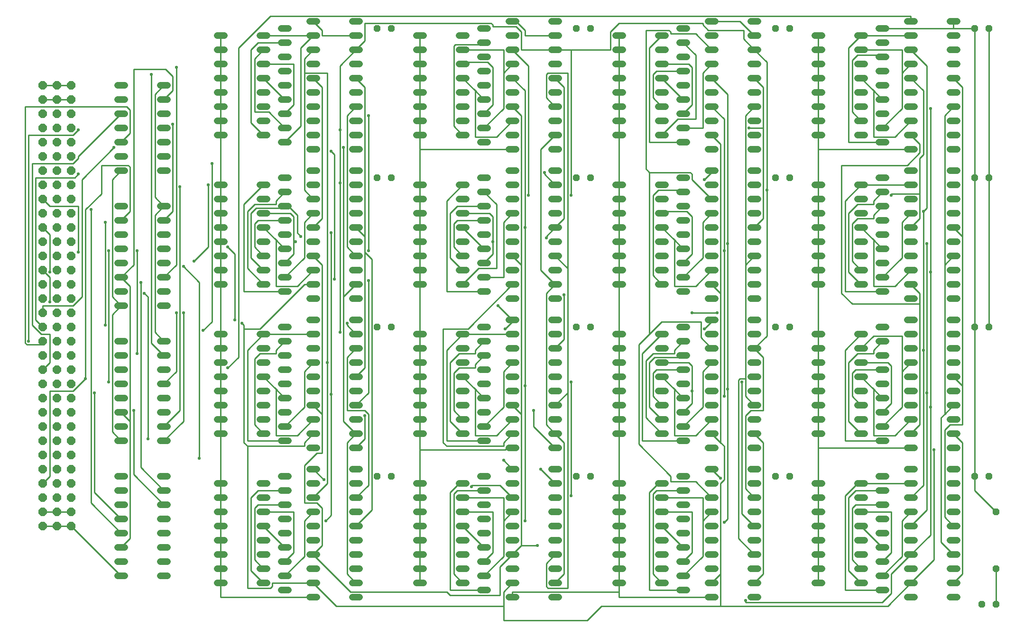
<source format=gbr>
G04 EAGLE Gerber RS-274X export*
G75*
%MOMM*%
%FSLAX34Y34*%
%LPD*%
%INTop Copper*%
%IPPOS*%
%AMOC8*
5,1,8,0,0,1.08239X$1,22.5*%
G01*
%ADD10P,1.649562X8X202.500000*%
%ADD11P,1.319650X8X202.500000*%
%ADD12P,1.319650X8X112.500000*%
%ADD13C,1.219200*%
%ADD14P,1.319650X8X22.500000*%
%ADD15C,0.254000*%
%ADD16C,0.558800*%


D10*
X50800Y177800D03*
X50800Y203200D03*
X50800Y228600D03*
X50800Y254000D03*
X50800Y279400D03*
X50800Y304800D03*
X50800Y330200D03*
X50800Y355600D03*
X50800Y381000D03*
X50800Y406400D03*
X50800Y431800D03*
X50800Y457200D03*
X50800Y482600D03*
X50800Y508000D03*
X50800Y533400D03*
X50800Y558800D03*
X76200Y177800D03*
X76200Y203200D03*
X76200Y228600D03*
X76200Y254000D03*
X76200Y279400D03*
X76200Y304800D03*
X76200Y330200D03*
X76200Y355600D03*
X76200Y381000D03*
X76200Y406400D03*
X76200Y431800D03*
X76200Y457200D03*
X76200Y482600D03*
X76200Y508000D03*
X76200Y533400D03*
X76200Y558800D03*
X101600Y177800D03*
X101600Y203200D03*
X101600Y228600D03*
X101600Y254000D03*
X101600Y279400D03*
X101600Y304800D03*
X101600Y330200D03*
X101600Y355600D03*
X101600Y381000D03*
X101600Y406400D03*
X101600Y431800D03*
X101600Y457200D03*
X101600Y482600D03*
X101600Y508000D03*
X101600Y533400D03*
X101600Y558800D03*
X50800Y584200D03*
X50800Y609600D03*
X50800Y635000D03*
X50800Y660400D03*
X50800Y685800D03*
X50800Y711200D03*
X50800Y736600D03*
X50800Y762000D03*
X50800Y787400D03*
X50800Y812800D03*
X50800Y838200D03*
X50800Y863600D03*
X50800Y889000D03*
X50800Y914400D03*
X50800Y939800D03*
X50800Y965200D03*
X76200Y584200D03*
X76200Y609600D03*
X76200Y635000D03*
X76200Y660400D03*
X76200Y685800D03*
X76200Y711200D03*
X76200Y736600D03*
X76200Y762000D03*
X76200Y787400D03*
X76200Y812800D03*
X76200Y838200D03*
X76200Y863600D03*
X76200Y889000D03*
X76200Y914400D03*
X76200Y939800D03*
X76200Y965200D03*
X101600Y584200D03*
X101600Y609600D03*
X101600Y635000D03*
X101600Y660400D03*
X101600Y685800D03*
X101600Y711200D03*
X101600Y736600D03*
X101600Y762000D03*
X101600Y787400D03*
X101600Y812800D03*
X101600Y838200D03*
X101600Y863600D03*
X101600Y889000D03*
X101600Y914400D03*
X101600Y939800D03*
X101600Y965200D03*
D11*
X1752600Y38100D03*
X1727200Y38100D03*
D12*
X1752600Y101600D03*
X1752600Y203200D03*
D13*
X539496Y1079500D02*
X527304Y1079500D01*
X527304Y1054100D02*
X539496Y1054100D01*
X539496Y927100D02*
X527304Y927100D01*
X527304Y901700D02*
X539496Y901700D01*
X539496Y1028700D02*
X527304Y1028700D01*
X527304Y1003300D02*
X539496Y1003300D01*
X539496Y952500D02*
X527304Y952500D01*
X527304Y977900D02*
X539496Y977900D01*
X539496Y876300D02*
X527304Y876300D01*
X527304Y850900D02*
X539496Y850900D01*
X603504Y850900D02*
X615696Y850900D01*
X615696Y876300D02*
X603504Y876300D01*
X603504Y901700D02*
X615696Y901700D01*
X615696Y927100D02*
X603504Y927100D01*
X603504Y952500D02*
X615696Y952500D01*
X615696Y977900D02*
X603504Y977900D01*
X603504Y1003300D02*
X615696Y1003300D01*
X615696Y1028700D02*
X603504Y1028700D01*
X603504Y1054100D02*
X615696Y1054100D01*
X615696Y1079500D02*
X603504Y1079500D01*
X488696Y1066800D02*
X476504Y1066800D01*
X476504Y1041400D02*
X488696Y1041400D01*
X488696Y1016000D02*
X476504Y1016000D01*
X476504Y990600D02*
X488696Y990600D01*
X488696Y965200D02*
X476504Y965200D01*
X476504Y939800D02*
X488696Y939800D01*
X488696Y914400D02*
X476504Y914400D01*
X476504Y889000D02*
X488696Y889000D01*
X488696Y863600D02*
X476504Y863600D01*
X527304Y812800D02*
X539496Y812800D01*
X539496Y787400D02*
X527304Y787400D01*
X527304Y660400D02*
X539496Y660400D01*
X539496Y635000D02*
X527304Y635000D01*
X527304Y762000D02*
X539496Y762000D01*
X539496Y736600D02*
X527304Y736600D01*
X527304Y685800D02*
X539496Y685800D01*
X539496Y711200D02*
X527304Y711200D01*
X527304Y609600D02*
X539496Y609600D01*
X539496Y584200D02*
X527304Y584200D01*
X603504Y584200D02*
X615696Y584200D01*
X615696Y609600D02*
X603504Y609600D01*
X603504Y635000D02*
X615696Y635000D01*
X615696Y660400D02*
X603504Y660400D01*
X603504Y685800D02*
X615696Y685800D01*
X615696Y711200D02*
X603504Y711200D01*
X603504Y736600D02*
X615696Y736600D01*
X615696Y762000D02*
X603504Y762000D01*
X603504Y787400D02*
X615696Y787400D01*
X615696Y812800D02*
X603504Y812800D01*
X488696Y800100D02*
X476504Y800100D01*
X476504Y774700D02*
X488696Y774700D01*
X488696Y749300D02*
X476504Y749300D01*
X476504Y723900D02*
X488696Y723900D01*
X488696Y698500D02*
X476504Y698500D01*
X476504Y673100D02*
X488696Y673100D01*
X488696Y647700D02*
X476504Y647700D01*
X476504Y622300D02*
X488696Y622300D01*
X488696Y596900D02*
X476504Y596900D01*
X527304Y546100D02*
X539496Y546100D01*
X539496Y520700D02*
X527304Y520700D01*
X527304Y393700D02*
X539496Y393700D01*
X539496Y368300D02*
X527304Y368300D01*
X527304Y495300D02*
X539496Y495300D01*
X539496Y469900D02*
X527304Y469900D01*
X527304Y419100D02*
X539496Y419100D01*
X539496Y444500D02*
X527304Y444500D01*
X527304Y342900D02*
X539496Y342900D01*
X539496Y317500D02*
X527304Y317500D01*
X603504Y317500D02*
X615696Y317500D01*
X615696Y342900D02*
X603504Y342900D01*
X603504Y368300D02*
X615696Y368300D01*
X615696Y393700D02*
X603504Y393700D01*
X603504Y419100D02*
X615696Y419100D01*
X615696Y444500D02*
X603504Y444500D01*
X603504Y469900D02*
X615696Y469900D01*
X615696Y495300D02*
X603504Y495300D01*
X603504Y520700D02*
X615696Y520700D01*
X615696Y546100D02*
X603504Y546100D01*
X488696Y533400D02*
X476504Y533400D01*
X476504Y508000D02*
X488696Y508000D01*
X488696Y482600D02*
X476504Y482600D01*
X476504Y457200D02*
X488696Y457200D01*
X488696Y431800D02*
X476504Y431800D01*
X476504Y406400D02*
X488696Y406400D01*
X488696Y381000D02*
X476504Y381000D01*
X476504Y355600D02*
X488696Y355600D01*
X488696Y330200D02*
X476504Y330200D01*
X527304Y279400D02*
X539496Y279400D01*
X539496Y254000D02*
X527304Y254000D01*
X527304Y127000D02*
X539496Y127000D01*
X539496Y101600D02*
X527304Y101600D01*
X527304Y228600D02*
X539496Y228600D01*
X539496Y203200D02*
X527304Y203200D01*
X527304Y152400D02*
X539496Y152400D01*
X539496Y177800D02*
X527304Y177800D01*
X527304Y76200D02*
X539496Y76200D01*
X539496Y50800D02*
X527304Y50800D01*
X603504Y50800D02*
X615696Y50800D01*
X615696Y76200D02*
X603504Y76200D01*
X603504Y101600D02*
X615696Y101600D01*
X615696Y127000D02*
X603504Y127000D01*
X603504Y152400D02*
X615696Y152400D01*
X615696Y177800D02*
X603504Y177800D01*
X603504Y203200D02*
X615696Y203200D01*
X615696Y228600D02*
X603504Y228600D01*
X603504Y254000D02*
X615696Y254000D01*
X615696Y279400D02*
X603504Y279400D01*
X488696Y266700D02*
X476504Y266700D01*
X476504Y241300D02*
X488696Y241300D01*
X488696Y215900D02*
X476504Y215900D01*
X476504Y190500D02*
X488696Y190500D01*
X488696Y165100D02*
X476504Y165100D01*
X476504Y139700D02*
X488696Y139700D01*
X488696Y114300D02*
X476504Y114300D01*
X476504Y88900D02*
X488696Y88900D01*
X488696Y63500D02*
X476504Y63500D01*
X882904Y1079500D02*
X895096Y1079500D01*
X895096Y1054100D02*
X882904Y1054100D01*
X882904Y927100D02*
X895096Y927100D01*
X895096Y901700D02*
X882904Y901700D01*
X882904Y1028700D02*
X895096Y1028700D01*
X895096Y1003300D02*
X882904Y1003300D01*
X882904Y952500D02*
X895096Y952500D01*
X895096Y977900D02*
X882904Y977900D01*
X882904Y876300D02*
X895096Y876300D01*
X895096Y850900D02*
X882904Y850900D01*
X959104Y850900D02*
X971296Y850900D01*
X971296Y876300D02*
X959104Y876300D01*
X959104Y901700D02*
X971296Y901700D01*
X971296Y927100D02*
X959104Y927100D01*
X959104Y952500D02*
X971296Y952500D01*
X971296Y977900D02*
X959104Y977900D01*
X959104Y1003300D02*
X971296Y1003300D01*
X971296Y1028700D02*
X959104Y1028700D01*
X959104Y1054100D02*
X971296Y1054100D01*
X971296Y1079500D02*
X959104Y1079500D01*
X844296Y1066800D02*
X832104Y1066800D01*
X832104Y1041400D02*
X844296Y1041400D01*
X844296Y1016000D02*
X832104Y1016000D01*
X832104Y990600D02*
X844296Y990600D01*
X844296Y965200D02*
X832104Y965200D01*
X832104Y939800D02*
X844296Y939800D01*
X844296Y914400D02*
X832104Y914400D01*
X832104Y889000D02*
X844296Y889000D01*
X844296Y863600D02*
X832104Y863600D01*
X882904Y812800D02*
X895096Y812800D01*
X895096Y787400D02*
X882904Y787400D01*
X882904Y660400D02*
X895096Y660400D01*
X895096Y635000D02*
X882904Y635000D01*
X882904Y762000D02*
X895096Y762000D01*
X895096Y736600D02*
X882904Y736600D01*
X882904Y685800D02*
X895096Y685800D01*
X895096Y711200D02*
X882904Y711200D01*
X882904Y609600D02*
X895096Y609600D01*
X895096Y584200D02*
X882904Y584200D01*
X959104Y584200D02*
X971296Y584200D01*
X971296Y609600D02*
X959104Y609600D01*
X959104Y635000D02*
X971296Y635000D01*
X971296Y660400D02*
X959104Y660400D01*
X959104Y685800D02*
X971296Y685800D01*
X971296Y711200D02*
X959104Y711200D01*
X959104Y736600D02*
X971296Y736600D01*
X971296Y762000D02*
X959104Y762000D01*
X959104Y787400D02*
X971296Y787400D01*
X971296Y812800D02*
X959104Y812800D01*
X844296Y800100D02*
X832104Y800100D01*
X832104Y774700D02*
X844296Y774700D01*
X844296Y749300D02*
X832104Y749300D01*
X832104Y723900D02*
X844296Y723900D01*
X844296Y698500D02*
X832104Y698500D01*
X832104Y673100D02*
X844296Y673100D01*
X844296Y647700D02*
X832104Y647700D01*
X832104Y622300D02*
X844296Y622300D01*
X844296Y596900D02*
X832104Y596900D01*
X882904Y546100D02*
X895096Y546100D01*
X895096Y520700D02*
X882904Y520700D01*
X882904Y393700D02*
X895096Y393700D01*
X895096Y368300D02*
X882904Y368300D01*
X882904Y495300D02*
X895096Y495300D01*
X895096Y469900D02*
X882904Y469900D01*
X882904Y419100D02*
X895096Y419100D01*
X895096Y444500D02*
X882904Y444500D01*
X882904Y342900D02*
X895096Y342900D01*
X895096Y317500D02*
X882904Y317500D01*
X959104Y317500D02*
X971296Y317500D01*
X971296Y342900D02*
X959104Y342900D01*
X959104Y368300D02*
X971296Y368300D01*
X971296Y393700D02*
X959104Y393700D01*
X959104Y419100D02*
X971296Y419100D01*
X971296Y444500D02*
X959104Y444500D01*
X959104Y469900D02*
X971296Y469900D01*
X971296Y495300D02*
X959104Y495300D01*
X959104Y520700D02*
X971296Y520700D01*
X971296Y546100D02*
X959104Y546100D01*
X844296Y533400D02*
X832104Y533400D01*
X832104Y508000D02*
X844296Y508000D01*
X844296Y482600D02*
X832104Y482600D01*
X832104Y457200D02*
X844296Y457200D01*
X844296Y431800D02*
X832104Y431800D01*
X832104Y406400D02*
X844296Y406400D01*
X844296Y381000D02*
X832104Y381000D01*
X832104Y355600D02*
X844296Y355600D01*
X844296Y330200D02*
X832104Y330200D01*
X882904Y279400D02*
X895096Y279400D01*
X895096Y254000D02*
X882904Y254000D01*
X882904Y127000D02*
X895096Y127000D01*
X895096Y101600D02*
X882904Y101600D01*
X882904Y228600D02*
X895096Y228600D01*
X895096Y203200D02*
X882904Y203200D01*
X882904Y152400D02*
X895096Y152400D01*
X895096Y177800D02*
X882904Y177800D01*
X882904Y76200D02*
X895096Y76200D01*
X895096Y50800D02*
X882904Y50800D01*
X959104Y50800D02*
X971296Y50800D01*
X971296Y76200D02*
X959104Y76200D01*
X959104Y101600D02*
X971296Y101600D01*
X971296Y127000D02*
X959104Y127000D01*
X959104Y152400D02*
X971296Y152400D01*
X971296Y177800D02*
X959104Y177800D01*
X959104Y203200D02*
X971296Y203200D01*
X971296Y228600D02*
X959104Y228600D01*
X959104Y254000D02*
X971296Y254000D01*
X971296Y279400D02*
X959104Y279400D01*
X844296Y266700D02*
X832104Y266700D01*
X832104Y241300D02*
X844296Y241300D01*
X844296Y215900D02*
X832104Y215900D01*
X832104Y190500D02*
X844296Y190500D01*
X844296Y165100D02*
X832104Y165100D01*
X832104Y139700D02*
X844296Y139700D01*
X844296Y114300D02*
X832104Y114300D01*
X832104Y88900D02*
X844296Y88900D01*
X844296Y63500D02*
X832104Y63500D01*
X1238504Y1079500D02*
X1250696Y1079500D01*
X1250696Y1054100D02*
X1238504Y1054100D01*
X1238504Y927100D02*
X1250696Y927100D01*
X1250696Y901700D02*
X1238504Y901700D01*
X1238504Y1028700D02*
X1250696Y1028700D01*
X1250696Y1003300D02*
X1238504Y1003300D01*
X1238504Y952500D02*
X1250696Y952500D01*
X1250696Y977900D02*
X1238504Y977900D01*
X1238504Y876300D02*
X1250696Y876300D01*
X1250696Y850900D02*
X1238504Y850900D01*
X1314704Y850900D02*
X1326896Y850900D01*
X1326896Y876300D02*
X1314704Y876300D01*
X1314704Y901700D02*
X1326896Y901700D01*
X1326896Y927100D02*
X1314704Y927100D01*
X1314704Y952500D02*
X1326896Y952500D01*
X1326896Y977900D02*
X1314704Y977900D01*
X1314704Y1003300D02*
X1326896Y1003300D01*
X1326896Y1028700D02*
X1314704Y1028700D01*
X1314704Y1054100D02*
X1326896Y1054100D01*
X1326896Y1079500D02*
X1314704Y1079500D01*
X1199896Y1066800D02*
X1187704Y1066800D01*
X1187704Y1041400D02*
X1199896Y1041400D01*
X1199896Y1016000D02*
X1187704Y1016000D01*
X1187704Y990600D02*
X1199896Y990600D01*
X1199896Y965200D02*
X1187704Y965200D01*
X1187704Y939800D02*
X1199896Y939800D01*
X1199896Y914400D02*
X1187704Y914400D01*
X1187704Y889000D02*
X1199896Y889000D01*
X1199896Y863600D02*
X1187704Y863600D01*
X1238504Y812800D02*
X1250696Y812800D01*
X1250696Y787400D02*
X1238504Y787400D01*
X1238504Y660400D02*
X1250696Y660400D01*
X1250696Y635000D02*
X1238504Y635000D01*
X1238504Y762000D02*
X1250696Y762000D01*
X1250696Y736600D02*
X1238504Y736600D01*
X1238504Y685800D02*
X1250696Y685800D01*
X1250696Y711200D02*
X1238504Y711200D01*
X1238504Y609600D02*
X1250696Y609600D01*
X1250696Y584200D02*
X1238504Y584200D01*
X1314704Y584200D02*
X1326896Y584200D01*
X1326896Y609600D02*
X1314704Y609600D01*
X1314704Y635000D02*
X1326896Y635000D01*
X1326896Y660400D02*
X1314704Y660400D01*
X1314704Y685800D02*
X1326896Y685800D01*
X1326896Y711200D02*
X1314704Y711200D01*
X1314704Y736600D02*
X1326896Y736600D01*
X1326896Y762000D02*
X1314704Y762000D01*
X1314704Y787400D02*
X1326896Y787400D01*
X1326896Y812800D02*
X1314704Y812800D01*
X1199896Y800100D02*
X1187704Y800100D01*
X1187704Y774700D02*
X1199896Y774700D01*
X1199896Y749300D02*
X1187704Y749300D01*
X1187704Y723900D02*
X1199896Y723900D01*
X1199896Y698500D02*
X1187704Y698500D01*
X1187704Y673100D02*
X1199896Y673100D01*
X1199896Y647700D02*
X1187704Y647700D01*
X1187704Y622300D02*
X1199896Y622300D01*
X1199896Y596900D02*
X1187704Y596900D01*
X1238504Y546100D02*
X1250696Y546100D01*
X1250696Y520700D02*
X1238504Y520700D01*
X1238504Y393700D02*
X1250696Y393700D01*
X1250696Y368300D02*
X1238504Y368300D01*
X1238504Y495300D02*
X1250696Y495300D01*
X1250696Y469900D02*
X1238504Y469900D01*
X1238504Y419100D02*
X1250696Y419100D01*
X1250696Y444500D02*
X1238504Y444500D01*
X1238504Y342900D02*
X1250696Y342900D01*
X1250696Y317500D02*
X1238504Y317500D01*
X1314704Y317500D02*
X1326896Y317500D01*
X1326896Y342900D02*
X1314704Y342900D01*
X1314704Y368300D02*
X1326896Y368300D01*
X1326896Y393700D02*
X1314704Y393700D01*
X1314704Y419100D02*
X1326896Y419100D01*
X1326896Y444500D02*
X1314704Y444500D01*
X1314704Y469900D02*
X1326896Y469900D01*
X1326896Y495300D02*
X1314704Y495300D01*
X1314704Y520700D02*
X1326896Y520700D01*
X1326896Y546100D02*
X1314704Y546100D01*
X1199896Y533400D02*
X1187704Y533400D01*
X1187704Y508000D02*
X1199896Y508000D01*
X1199896Y482600D02*
X1187704Y482600D01*
X1187704Y457200D02*
X1199896Y457200D01*
X1199896Y431800D02*
X1187704Y431800D01*
X1187704Y406400D02*
X1199896Y406400D01*
X1199896Y381000D02*
X1187704Y381000D01*
X1187704Y355600D02*
X1199896Y355600D01*
X1199896Y330200D02*
X1187704Y330200D01*
X1238504Y279400D02*
X1250696Y279400D01*
X1250696Y254000D02*
X1238504Y254000D01*
X1238504Y127000D02*
X1250696Y127000D01*
X1250696Y101600D02*
X1238504Y101600D01*
X1238504Y228600D02*
X1250696Y228600D01*
X1250696Y203200D02*
X1238504Y203200D01*
X1238504Y152400D02*
X1250696Y152400D01*
X1250696Y177800D02*
X1238504Y177800D01*
X1238504Y76200D02*
X1250696Y76200D01*
X1250696Y50800D02*
X1238504Y50800D01*
X1314704Y50800D02*
X1326896Y50800D01*
X1326896Y76200D02*
X1314704Y76200D01*
X1314704Y101600D02*
X1326896Y101600D01*
X1326896Y127000D02*
X1314704Y127000D01*
X1314704Y152400D02*
X1326896Y152400D01*
X1326896Y177800D02*
X1314704Y177800D01*
X1314704Y203200D02*
X1326896Y203200D01*
X1326896Y228600D02*
X1314704Y228600D01*
X1314704Y254000D02*
X1326896Y254000D01*
X1326896Y279400D02*
X1314704Y279400D01*
X1199896Y266700D02*
X1187704Y266700D01*
X1187704Y241300D02*
X1199896Y241300D01*
X1199896Y215900D02*
X1187704Y215900D01*
X1187704Y190500D02*
X1199896Y190500D01*
X1199896Y165100D02*
X1187704Y165100D01*
X1187704Y139700D02*
X1199896Y139700D01*
X1199896Y114300D02*
X1187704Y114300D01*
X1187704Y88900D02*
X1199896Y88900D01*
X1199896Y63500D02*
X1187704Y63500D01*
X1594104Y1079500D02*
X1606296Y1079500D01*
X1606296Y1054100D02*
X1594104Y1054100D01*
X1594104Y927100D02*
X1606296Y927100D01*
X1606296Y901700D02*
X1594104Y901700D01*
X1594104Y1028700D02*
X1606296Y1028700D01*
X1606296Y1003300D02*
X1594104Y1003300D01*
X1594104Y952500D02*
X1606296Y952500D01*
X1606296Y977900D02*
X1594104Y977900D01*
X1594104Y876300D02*
X1606296Y876300D01*
X1606296Y850900D02*
X1594104Y850900D01*
X1670304Y850900D02*
X1682496Y850900D01*
X1682496Y876300D02*
X1670304Y876300D01*
X1670304Y901700D02*
X1682496Y901700D01*
X1682496Y927100D02*
X1670304Y927100D01*
X1670304Y952500D02*
X1682496Y952500D01*
X1682496Y977900D02*
X1670304Y977900D01*
X1670304Y1003300D02*
X1682496Y1003300D01*
X1682496Y1028700D02*
X1670304Y1028700D01*
X1670304Y1054100D02*
X1682496Y1054100D01*
X1682496Y1079500D02*
X1670304Y1079500D01*
X1555496Y1066800D02*
X1543304Y1066800D01*
X1543304Y1041400D02*
X1555496Y1041400D01*
X1555496Y1016000D02*
X1543304Y1016000D01*
X1543304Y990600D02*
X1555496Y990600D01*
X1555496Y965200D02*
X1543304Y965200D01*
X1543304Y939800D02*
X1555496Y939800D01*
X1555496Y914400D02*
X1543304Y914400D01*
X1543304Y889000D02*
X1555496Y889000D01*
X1555496Y863600D02*
X1543304Y863600D01*
X1594104Y812800D02*
X1606296Y812800D01*
X1606296Y787400D02*
X1594104Y787400D01*
X1594104Y660400D02*
X1606296Y660400D01*
X1606296Y635000D02*
X1594104Y635000D01*
X1594104Y762000D02*
X1606296Y762000D01*
X1606296Y736600D02*
X1594104Y736600D01*
X1594104Y685800D02*
X1606296Y685800D01*
X1606296Y711200D02*
X1594104Y711200D01*
X1594104Y609600D02*
X1606296Y609600D01*
X1606296Y584200D02*
X1594104Y584200D01*
X1670304Y584200D02*
X1682496Y584200D01*
X1682496Y609600D02*
X1670304Y609600D01*
X1670304Y635000D02*
X1682496Y635000D01*
X1682496Y660400D02*
X1670304Y660400D01*
X1670304Y685800D02*
X1682496Y685800D01*
X1682496Y711200D02*
X1670304Y711200D01*
X1670304Y736600D02*
X1682496Y736600D01*
X1682496Y762000D02*
X1670304Y762000D01*
X1670304Y787400D02*
X1682496Y787400D01*
X1682496Y812800D02*
X1670304Y812800D01*
X1555496Y800100D02*
X1543304Y800100D01*
X1543304Y774700D02*
X1555496Y774700D01*
X1555496Y749300D02*
X1543304Y749300D01*
X1543304Y723900D02*
X1555496Y723900D01*
X1555496Y698500D02*
X1543304Y698500D01*
X1543304Y673100D02*
X1555496Y673100D01*
X1555496Y647700D02*
X1543304Y647700D01*
X1543304Y622300D02*
X1555496Y622300D01*
X1555496Y596900D02*
X1543304Y596900D01*
X1594104Y546100D02*
X1606296Y546100D01*
X1606296Y520700D02*
X1594104Y520700D01*
X1594104Y393700D02*
X1606296Y393700D01*
X1606296Y368300D02*
X1594104Y368300D01*
X1594104Y495300D02*
X1606296Y495300D01*
X1606296Y469900D02*
X1594104Y469900D01*
X1594104Y419100D02*
X1606296Y419100D01*
X1606296Y444500D02*
X1594104Y444500D01*
X1594104Y342900D02*
X1606296Y342900D01*
X1606296Y317500D02*
X1594104Y317500D01*
X1670304Y317500D02*
X1682496Y317500D01*
X1682496Y342900D02*
X1670304Y342900D01*
X1670304Y368300D02*
X1682496Y368300D01*
X1682496Y393700D02*
X1670304Y393700D01*
X1670304Y419100D02*
X1682496Y419100D01*
X1682496Y444500D02*
X1670304Y444500D01*
X1670304Y469900D02*
X1682496Y469900D01*
X1682496Y495300D02*
X1670304Y495300D01*
X1670304Y520700D02*
X1682496Y520700D01*
X1682496Y546100D02*
X1670304Y546100D01*
X1555496Y533400D02*
X1543304Y533400D01*
X1543304Y508000D02*
X1555496Y508000D01*
X1555496Y482600D02*
X1543304Y482600D01*
X1543304Y457200D02*
X1555496Y457200D01*
X1555496Y431800D02*
X1543304Y431800D01*
X1543304Y406400D02*
X1555496Y406400D01*
X1555496Y381000D02*
X1543304Y381000D01*
X1543304Y355600D02*
X1555496Y355600D01*
X1555496Y330200D02*
X1543304Y330200D01*
X1594104Y279400D02*
X1606296Y279400D01*
X1606296Y254000D02*
X1594104Y254000D01*
X1594104Y127000D02*
X1606296Y127000D01*
X1606296Y101600D02*
X1594104Y101600D01*
X1594104Y228600D02*
X1606296Y228600D01*
X1606296Y203200D02*
X1594104Y203200D01*
X1594104Y152400D02*
X1606296Y152400D01*
X1606296Y177800D02*
X1594104Y177800D01*
X1594104Y76200D02*
X1606296Y76200D01*
X1606296Y50800D02*
X1594104Y50800D01*
X1670304Y50800D02*
X1682496Y50800D01*
X1682496Y76200D02*
X1670304Y76200D01*
X1670304Y101600D02*
X1682496Y101600D01*
X1682496Y127000D02*
X1670304Y127000D01*
X1670304Y152400D02*
X1682496Y152400D01*
X1682496Y177800D02*
X1670304Y177800D01*
X1670304Y203200D02*
X1682496Y203200D01*
X1682496Y228600D02*
X1670304Y228600D01*
X1670304Y254000D02*
X1682496Y254000D01*
X1682496Y279400D02*
X1670304Y279400D01*
X1555496Y266700D02*
X1543304Y266700D01*
X1543304Y241300D02*
X1555496Y241300D01*
X1555496Y215900D02*
X1543304Y215900D01*
X1543304Y190500D02*
X1555496Y190500D01*
X1555496Y165100D02*
X1543304Y165100D01*
X1543304Y139700D02*
X1555496Y139700D01*
X1555496Y114300D02*
X1543304Y114300D01*
X1543304Y88900D02*
X1555496Y88900D01*
X1555496Y63500D02*
X1543304Y63500D01*
X196596Y965200D02*
X184404Y965200D01*
X184404Y939800D02*
X196596Y939800D01*
X196596Y812800D02*
X184404Y812800D01*
X260604Y812800D02*
X272796Y812800D01*
X196596Y914400D02*
X184404Y914400D01*
X184404Y889000D02*
X196596Y889000D01*
X196596Y838200D02*
X184404Y838200D01*
X184404Y863600D02*
X196596Y863600D01*
X260604Y838200D02*
X272796Y838200D01*
X272796Y863600D02*
X260604Y863600D01*
X260604Y889000D02*
X272796Y889000D01*
X272796Y914400D02*
X260604Y914400D01*
X260604Y939800D02*
X272796Y939800D01*
X272796Y965200D02*
X260604Y965200D01*
X196596Y749300D02*
X184404Y749300D01*
X184404Y723900D02*
X196596Y723900D01*
X196596Y596900D02*
X184404Y596900D01*
X184404Y571500D02*
X196596Y571500D01*
X196596Y698500D02*
X184404Y698500D01*
X184404Y673100D02*
X196596Y673100D01*
X196596Y622300D02*
X184404Y622300D01*
X184404Y647700D02*
X196596Y647700D01*
X260604Y571500D02*
X272796Y571500D01*
X272796Y596900D02*
X260604Y596900D01*
X260604Y622300D02*
X272796Y622300D01*
X272796Y647700D02*
X260604Y647700D01*
X260604Y673100D02*
X272796Y673100D01*
X272796Y698500D02*
X260604Y698500D01*
X260604Y723900D02*
X272796Y723900D01*
X272796Y749300D02*
X260604Y749300D01*
X196596Y508000D02*
X184404Y508000D01*
X184404Y482600D02*
X196596Y482600D01*
X196596Y355600D02*
X184404Y355600D01*
X184404Y330200D02*
X196596Y330200D01*
X196596Y457200D02*
X184404Y457200D01*
X184404Y431800D02*
X196596Y431800D01*
X196596Y381000D02*
X184404Y381000D01*
X184404Y406400D02*
X196596Y406400D01*
X260604Y330200D02*
X272796Y330200D01*
X272796Y355600D02*
X260604Y355600D01*
X260604Y381000D02*
X272796Y381000D01*
X272796Y406400D02*
X260604Y406400D01*
X260604Y431800D02*
X272796Y431800D01*
X272796Y457200D02*
X260604Y457200D01*
X260604Y482600D02*
X272796Y482600D01*
X272796Y508000D02*
X260604Y508000D01*
X438404Y876300D02*
X450596Y876300D01*
X450596Y901700D02*
X438404Y901700D01*
X438404Y1028700D02*
X450596Y1028700D01*
X450596Y1054100D02*
X438404Y1054100D01*
X438404Y927100D02*
X450596Y927100D01*
X450596Y952500D02*
X438404Y952500D01*
X438404Y1003300D02*
X450596Y1003300D01*
X450596Y977900D02*
X438404Y977900D01*
X374396Y1054100D02*
X362204Y1054100D01*
X362204Y1028700D02*
X374396Y1028700D01*
X374396Y1003300D02*
X362204Y1003300D01*
X362204Y977900D02*
X374396Y977900D01*
X374396Y952500D02*
X362204Y952500D01*
X362204Y927100D02*
X374396Y927100D01*
X374396Y901700D02*
X362204Y901700D01*
X362204Y876300D02*
X374396Y876300D01*
X438404Y609600D02*
X450596Y609600D01*
X450596Y635000D02*
X438404Y635000D01*
X438404Y762000D02*
X450596Y762000D01*
X450596Y787400D02*
X438404Y787400D01*
X438404Y660400D02*
X450596Y660400D01*
X450596Y685800D02*
X438404Y685800D01*
X438404Y736600D02*
X450596Y736600D01*
X450596Y711200D02*
X438404Y711200D01*
X374396Y787400D02*
X362204Y787400D01*
X362204Y762000D02*
X374396Y762000D01*
X374396Y736600D02*
X362204Y736600D01*
X362204Y711200D02*
X374396Y711200D01*
X374396Y685800D02*
X362204Y685800D01*
X362204Y660400D02*
X374396Y660400D01*
X374396Y635000D02*
X362204Y635000D01*
X362204Y609600D02*
X374396Y609600D01*
X438404Y342900D02*
X450596Y342900D01*
X450596Y368300D02*
X438404Y368300D01*
X438404Y495300D02*
X450596Y495300D01*
X450596Y520700D02*
X438404Y520700D01*
X438404Y393700D02*
X450596Y393700D01*
X450596Y419100D02*
X438404Y419100D01*
X438404Y469900D02*
X450596Y469900D01*
X450596Y444500D02*
X438404Y444500D01*
X374396Y520700D02*
X362204Y520700D01*
X362204Y495300D02*
X374396Y495300D01*
X374396Y469900D02*
X362204Y469900D01*
X362204Y444500D02*
X374396Y444500D01*
X374396Y419100D02*
X362204Y419100D01*
X362204Y393700D02*
X374396Y393700D01*
X374396Y368300D02*
X362204Y368300D01*
X362204Y342900D02*
X374396Y342900D01*
X438404Y76200D02*
X450596Y76200D01*
X450596Y101600D02*
X438404Y101600D01*
X438404Y228600D02*
X450596Y228600D01*
X450596Y254000D02*
X438404Y254000D01*
X438404Y127000D02*
X450596Y127000D01*
X450596Y152400D02*
X438404Y152400D01*
X438404Y203200D02*
X450596Y203200D01*
X450596Y177800D02*
X438404Y177800D01*
X374396Y254000D02*
X362204Y254000D01*
X362204Y228600D02*
X374396Y228600D01*
X374396Y203200D02*
X362204Y203200D01*
X362204Y177800D02*
X374396Y177800D01*
X374396Y152400D02*
X362204Y152400D01*
X362204Y127000D02*
X374396Y127000D01*
X374396Y101600D02*
X362204Y101600D01*
X362204Y76200D02*
X374396Y76200D01*
X794004Y876300D02*
X806196Y876300D01*
X806196Y901700D02*
X794004Y901700D01*
X794004Y1028700D02*
X806196Y1028700D01*
X806196Y1054100D02*
X794004Y1054100D01*
X794004Y927100D02*
X806196Y927100D01*
X806196Y952500D02*
X794004Y952500D01*
X794004Y1003300D02*
X806196Y1003300D01*
X806196Y977900D02*
X794004Y977900D01*
X729996Y1054100D02*
X717804Y1054100D01*
X717804Y1028700D02*
X729996Y1028700D01*
X729996Y1003300D02*
X717804Y1003300D01*
X717804Y977900D02*
X729996Y977900D01*
X729996Y952500D02*
X717804Y952500D01*
X717804Y927100D02*
X729996Y927100D01*
X729996Y901700D02*
X717804Y901700D01*
X717804Y876300D02*
X729996Y876300D01*
X794004Y609600D02*
X806196Y609600D01*
X806196Y635000D02*
X794004Y635000D01*
X794004Y762000D02*
X806196Y762000D01*
X806196Y787400D02*
X794004Y787400D01*
X794004Y660400D02*
X806196Y660400D01*
X806196Y685800D02*
X794004Y685800D01*
X794004Y736600D02*
X806196Y736600D01*
X806196Y711200D02*
X794004Y711200D01*
X729996Y787400D02*
X717804Y787400D01*
X717804Y762000D02*
X729996Y762000D01*
X729996Y736600D02*
X717804Y736600D01*
X717804Y711200D02*
X729996Y711200D01*
X729996Y685800D02*
X717804Y685800D01*
X717804Y660400D02*
X729996Y660400D01*
X729996Y635000D02*
X717804Y635000D01*
X717804Y609600D02*
X729996Y609600D01*
X794004Y342900D02*
X806196Y342900D01*
X806196Y368300D02*
X794004Y368300D01*
X794004Y495300D02*
X806196Y495300D01*
X806196Y520700D02*
X794004Y520700D01*
X794004Y393700D02*
X806196Y393700D01*
X806196Y419100D02*
X794004Y419100D01*
X794004Y469900D02*
X806196Y469900D01*
X806196Y444500D02*
X794004Y444500D01*
X729996Y520700D02*
X717804Y520700D01*
X717804Y495300D02*
X729996Y495300D01*
X729996Y469900D02*
X717804Y469900D01*
X717804Y444500D02*
X729996Y444500D01*
X729996Y419100D02*
X717804Y419100D01*
X717804Y393700D02*
X729996Y393700D01*
X729996Y368300D02*
X717804Y368300D01*
X717804Y342900D02*
X729996Y342900D01*
X794004Y76200D02*
X806196Y76200D01*
X806196Y101600D02*
X794004Y101600D01*
X794004Y228600D02*
X806196Y228600D01*
X806196Y254000D02*
X794004Y254000D01*
X794004Y127000D02*
X806196Y127000D01*
X806196Y152400D02*
X794004Y152400D01*
X794004Y203200D02*
X806196Y203200D01*
X806196Y177800D02*
X794004Y177800D01*
X729996Y254000D02*
X717804Y254000D01*
X717804Y228600D02*
X729996Y228600D01*
X729996Y203200D02*
X717804Y203200D01*
X717804Y177800D02*
X729996Y177800D01*
X729996Y152400D02*
X717804Y152400D01*
X717804Y127000D02*
X729996Y127000D01*
X729996Y101600D02*
X717804Y101600D01*
X717804Y76200D02*
X729996Y76200D01*
X1149604Y876300D02*
X1161796Y876300D01*
X1161796Y901700D02*
X1149604Y901700D01*
X1149604Y1028700D02*
X1161796Y1028700D01*
X1161796Y1054100D02*
X1149604Y1054100D01*
X1149604Y927100D02*
X1161796Y927100D01*
X1161796Y952500D02*
X1149604Y952500D01*
X1149604Y1003300D02*
X1161796Y1003300D01*
X1161796Y977900D02*
X1149604Y977900D01*
X1085596Y1054100D02*
X1073404Y1054100D01*
X1073404Y1028700D02*
X1085596Y1028700D01*
X1085596Y1003300D02*
X1073404Y1003300D01*
X1073404Y977900D02*
X1085596Y977900D01*
X1085596Y952500D02*
X1073404Y952500D01*
X1073404Y927100D02*
X1085596Y927100D01*
X1085596Y901700D02*
X1073404Y901700D01*
X1073404Y876300D02*
X1085596Y876300D01*
X1149604Y609600D02*
X1161796Y609600D01*
X1161796Y635000D02*
X1149604Y635000D01*
X1149604Y762000D02*
X1161796Y762000D01*
X1161796Y787400D02*
X1149604Y787400D01*
X1149604Y660400D02*
X1161796Y660400D01*
X1161796Y685800D02*
X1149604Y685800D01*
X1149604Y736600D02*
X1161796Y736600D01*
X1161796Y711200D02*
X1149604Y711200D01*
X1085596Y787400D02*
X1073404Y787400D01*
X1073404Y762000D02*
X1085596Y762000D01*
X1085596Y736600D02*
X1073404Y736600D01*
X1073404Y711200D02*
X1085596Y711200D01*
X1085596Y685800D02*
X1073404Y685800D01*
X1073404Y660400D02*
X1085596Y660400D01*
X1085596Y635000D02*
X1073404Y635000D01*
X1073404Y609600D02*
X1085596Y609600D01*
X1149604Y342900D02*
X1161796Y342900D01*
X1161796Y368300D02*
X1149604Y368300D01*
X1149604Y495300D02*
X1161796Y495300D01*
X1161796Y520700D02*
X1149604Y520700D01*
X1149604Y393700D02*
X1161796Y393700D01*
X1161796Y419100D02*
X1149604Y419100D01*
X1149604Y469900D02*
X1161796Y469900D01*
X1161796Y444500D02*
X1149604Y444500D01*
X1085596Y520700D02*
X1073404Y520700D01*
X1073404Y495300D02*
X1085596Y495300D01*
X1085596Y469900D02*
X1073404Y469900D01*
X1073404Y444500D02*
X1085596Y444500D01*
X1085596Y419100D02*
X1073404Y419100D01*
X1073404Y393700D02*
X1085596Y393700D01*
X1085596Y368300D02*
X1073404Y368300D01*
X1073404Y342900D02*
X1085596Y342900D01*
X1149604Y76200D02*
X1161796Y76200D01*
X1161796Y101600D02*
X1149604Y101600D01*
X1149604Y228600D02*
X1161796Y228600D01*
X1161796Y254000D02*
X1149604Y254000D01*
X1149604Y127000D02*
X1161796Y127000D01*
X1161796Y152400D02*
X1149604Y152400D01*
X1149604Y203200D02*
X1161796Y203200D01*
X1161796Y177800D02*
X1149604Y177800D01*
X1085596Y254000D02*
X1073404Y254000D01*
X1073404Y228600D02*
X1085596Y228600D01*
X1085596Y203200D02*
X1073404Y203200D01*
X1073404Y177800D02*
X1085596Y177800D01*
X1085596Y152400D02*
X1073404Y152400D01*
X1073404Y127000D02*
X1085596Y127000D01*
X1085596Y101600D02*
X1073404Y101600D01*
X1073404Y76200D02*
X1085596Y76200D01*
X1505204Y876300D02*
X1517396Y876300D01*
X1517396Y901700D02*
X1505204Y901700D01*
X1505204Y1028700D02*
X1517396Y1028700D01*
X1517396Y1054100D02*
X1505204Y1054100D01*
X1505204Y927100D02*
X1517396Y927100D01*
X1517396Y952500D02*
X1505204Y952500D01*
X1505204Y1003300D02*
X1517396Y1003300D01*
X1517396Y977900D02*
X1505204Y977900D01*
X1441196Y1054100D02*
X1429004Y1054100D01*
X1429004Y1028700D02*
X1441196Y1028700D01*
X1441196Y1003300D02*
X1429004Y1003300D01*
X1429004Y977900D02*
X1441196Y977900D01*
X1441196Y952500D02*
X1429004Y952500D01*
X1429004Y927100D02*
X1441196Y927100D01*
X1441196Y901700D02*
X1429004Y901700D01*
X1429004Y876300D02*
X1441196Y876300D01*
X1505204Y609600D02*
X1517396Y609600D01*
X1517396Y635000D02*
X1505204Y635000D01*
X1505204Y762000D02*
X1517396Y762000D01*
X1517396Y787400D02*
X1505204Y787400D01*
X1505204Y660400D02*
X1517396Y660400D01*
X1517396Y685800D02*
X1505204Y685800D01*
X1505204Y736600D02*
X1517396Y736600D01*
X1517396Y711200D02*
X1505204Y711200D01*
X1441196Y787400D02*
X1429004Y787400D01*
X1429004Y762000D02*
X1441196Y762000D01*
X1441196Y736600D02*
X1429004Y736600D01*
X1429004Y711200D02*
X1441196Y711200D01*
X1441196Y685800D02*
X1429004Y685800D01*
X1429004Y660400D02*
X1441196Y660400D01*
X1441196Y635000D02*
X1429004Y635000D01*
X1429004Y609600D02*
X1441196Y609600D01*
X1505204Y342900D02*
X1517396Y342900D01*
X1517396Y368300D02*
X1505204Y368300D01*
X1505204Y495300D02*
X1517396Y495300D01*
X1517396Y520700D02*
X1505204Y520700D01*
X1505204Y393700D02*
X1517396Y393700D01*
X1517396Y419100D02*
X1505204Y419100D01*
X1505204Y469900D02*
X1517396Y469900D01*
X1517396Y444500D02*
X1505204Y444500D01*
X1441196Y520700D02*
X1429004Y520700D01*
X1429004Y495300D02*
X1441196Y495300D01*
X1441196Y469900D02*
X1429004Y469900D01*
X1429004Y444500D02*
X1441196Y444500D01*
X1441196Y419100D02*
X1429004Y419100D01*
X1429004Y393700D02*
X1441196Y393700D01*
X1441196Y368300D02*
X1429004Y368300D01*
X1429004Y342900D02*
X1441196Y342900D01*
X1505204Y76200D02*
X1517396Y76200D01*
X1517396Y101600D02*
X1505204Y101600D01*
X1505204Y228600D02*
X1517396Y228600D01*
X1517396Y254000D02*
X1505204Y254000D01*
X1505204Y127000D02*
X1517396Y127000D01*
X1517396Y152400D02*
X1505204Y152400D01*
X1505204Y203200D02*
X1517396Y203200D01*
X1517396Y177800D02*
X1505204Y177800D01*
X1441196Y254000D02*
X1429004Y254000D01*
X1429004Y228600D02*
X1441196Y228600D01*
X1441196Y203200D02*
X1429004Y203200D01*
X1429004Y177800D02*
X1441196Y177800D01*
X1441196Y152400D02*
X1429004Y152400D01*
X1429004Y127000D02*
X1441196Y127000D01*
X1441196Y101600D02*
X1429004Y101600D01*
X1429004Y76200D02*
X1441196Y76200D01*
X196596Y266700D02*
X184404Y266700D01*
X184404Y241300D02*
X196596Y241300D01*
X196596Y114300D02*
X184404Y114300D01*
X184404Y88900D02*
X196596Y88900D01*
X196596Y215900D02*
X184404Y215900D01*
X184404Y190500D02*
X196596Y190500D01*
X196596Y139700D02*
X184404Y139700D01*
X184404Y165100D02*
X196596Y165100D01*
X260604Y88900D02*
X272796Y88900D01*
X272796Y114300D02*
X260604Y114300D01*
X260604Y139700D02*
X272796Y139700D01*
X272796Y165100D02*
X260604Y165100D01*
X260604Y190500D02*
X272796Y190500D01*
X272796Y215900D02*
X260604Y215900D01*
X260604Y241300D02*
X272796Y241300D01*
X272796Y266700D02*
X260604Y266700D01*
D14*
X647700Y1066800D03*
X673100Y1066800D03*
X647700Y800100D03*
X673100Y800100D03*
X647700Y533400D03*
X673100Y533400D03*
X647700Y266700D03*
X673100Y266700D03*
X1003300Y1066800D03*
X1028700Y1066800D03*
X1003300Y800100D03*
X1028700Y800100D03*
X1003300Y533400D03*
X1028700Y533400D03*
X1003300Y266700D03*
X1028700Y266700D03*
X1358900Y1066800D03*
X1384300Y1066800D03*
X1358900Y800100D03*
X1384300Y800100D03*
X1358900Y533400D03*
X1384300Y533400D03*
X1358900Y266700D03*
X1384300Y266700D03*
X1714500Y1066800D03*
X1739900Y1066800D03*
X1714500Y800100D03*
X1739900Y800100D03*
X1714500Y533400D03*
X1739900Y533400D03*
X1714500Y266700D03*
X1739900Y266700D03*
D15*
X1435100Y254000D02*
X1435100Y228600D01*
X1435100Y203200D02*
X1435100Y177800D01*
X1435100Y101600D02*
X1435100Y76200D01*
X1435100Y127000D02*
X1435100Y152400D01*
X1435100Y127000D02*
X1435100Y101600D01*
X1435100Y152400D02*
X1435100Y177800D01*
X1435100Y203200D02*
X1435100Y228600D01*
X1435100Y495300D02*
X1435100Y520700D01*
X1435100Y469900D02*
X1435100Y444500D01*
X1435100Y419100D02*
X1435100Y393700D01*
X1435100Y368300D02*
X1435100Y342900D01*
X1435100Y317500D02*
X1600200Y317500D01*
X1435100Y317500D02*
X1435100Y342900D01*
X1435100Y368300D02*
X1435100Y393700D01*
X1435100Y419100D02*
X1435100Y444500D01*
X1435100Y469900D02*
X1435100Y495300D01*
X1435100Y317500D02*
X1435100Y254000D01*
X1435100Y762000D02*
X1435100Y787400D01*
X1435100Y736600D02*
X1435100Y711200D01*
X1435100Y635000D02*
X1435100Y609600D01*
X1435100Y660400D02*
X1435100Y685800D01*
X1435100Y660400D02*
X1435100Y635000D01*
X1435100Y685800D02*
X1435100Y711200D01*
X1435100Y736600D02*
X1435100Y762000D01*
X1435100Y1028700D02*
X1435100Y1054100D01*
X1435100Y1003300D02*
X1435100Y977900D01*
X1435100Y952500D02*
X1435100Y927100D01*
X1435100Y901700D02*
X1435100Y876300D01*
X1435100Y850900D02*
X1600200Y850900D01*
X1435100Y850900D02*
X1435100Y876300D01*
X1739900Y800100D02*
X1739900Y1066800D01*
X1435100Y927100D02*
X1435100Y901700D01*
X1435100Y952500D02*
X1435100Y977900D01*
X1435100Y1003300D02*
X1435100Y1028700D01*
X1739900Y800100D02*
X1739900Y533400D01*
X1435100Y787400D02*
X1435100Y850900D01*
X1435100Y609600D02*
X1435100Y520700D01*
X1079500Y254000D02*
X1079500Y228600D01*
X1079500Y203200D02*
X1079500Y177800D01*
X1079500Y152400D02*
X1079500Y127000D01*
X1079500Y101600D02*
X1079500Y76200D01*
X1079500Y50800D02*
X1244600Y50800D01*
X1079500Y60325D02*
X1079500Y76200D01*
X1079500Y60325D02*
X1079500Y50800D01*
X1079500Y101600D02*
X1079500Y127000D01*
X1079500Y152400D02*
X1079500Y177800D01*
X1079500Y203200D02*
X1079500Y228600D01*
X1079500Y495300D02*
X1079500Y520700D01*
X1079500Y469900D02*
X1079500Y444500D01*
X1079500Y419100D02*
X1079500Y393700D01*
X1079500Y368300D02*
X1079500Y342900D01*
X1079500Y368300D02*
X1079500Y393700D01*
X1079500Y419100D02*
X1079500Y444500D01*
X1079500Y469900D02*
X1079500Y495300D01*
X1079500Y342900D02*
X1079500Y254000D01*
X1079500Y762000D02*
X1079500Y787400D01*
X1079500Y736600D02*
X1079500Y711200D01*
X1079500Y685800D02*
X1079500Y660400D01*
X1079500Y635000D02*
X1079500Y609600D01*
X1079500Y635000D02*
X1079500Y660400D01*
X1079500Y685800D02*
X1079500Y711200D01*
X1079500Y736600D02*
X1079500Y762000D01*
X1079500Y1028700D02*
X1079500Y1054100D01*
X1079500Y1003300D02*
X1079500Y977900D01*
X1079500Y952500D02*
X1079500Y927100D01*
X1079500Y901700D02*
X1079500Y876300D01*
X1079500Y901700D02*
X1079500Y927100D01*
X1079500Y952500D02*
X1079500Y977900D01*
X1079500Y1003300D02*
X1079500Y1028700D01*
X1079500Y876300D02*
X1079500Y787400D01*
X1079500Y609600D02*
X1079500Y520700D01*
X723900Y254000D02*
X723900Y228600D01*
X723900Y203200D02*
X723900Y177800D01*
X723900Y152400D02*
X723900Y127000D01*
X723900Y101600D02*
X723900Y76200D01*
X723900Y101600D02*
X723900Y127000D01*
X723900Y152400D02*
X723900Y177800D01*
X723900Y203200D02*
X723900Y228600D01*
X723900Y495300D02*
X723900Y520700D01*
X723900Y469900D02*
X723900Y444500D01*
X723900Y419100D02*
X723900Y393700D01*
X723900Y368300D02*
X723900Y342900D01*
X879475Y317500D02*
X889000Y317500D01*
X879475Y317500D02*
X876300Y314325D01*
X723900Y314325D01*
X723900Y342900D01*
X723900Y368300D02*
X723900Y393700D01*
X723900Y419100D02*
X723900Y444500D01*
X723900Y469900D02*
X723900Y495300D01*
X723900Y314325D02*
X723900Y254000D01*
X723900Y762000D02*
X723900Y787400D01*
X723900Y736600D02*
X723900Y711200D01*
X723900Y685800D02*
X723900Y660400D01*
X723900Y635000D02*
X723900Y609600D01*
X723900Y635000D02*
X723900Y660400D01*
X723900Y685800D02*
X723900Y711200D01*
X723900Y736600D02*
X723900Y762000D01*
X723900Y1028700D02*
X723900Y1054100D01*
X723900Y1003300D02*
X723900Y977900D01*
X723900Y952500D02*
X723900Y927100D01*
X723900Y901700D02*
X723900Y876300D01*
X723900Y850900D02*
X889000Y850900D01*
X723900Y850900D02*
X723900Y876300D01*
X723900Y901700D02*
X723900Y927100D01*
X723900Y952500D02*
X723900Y977900D01*
X723900Y1003300D02*
X723900Y1028700D01*
X723900Y850900D02*
X723900Y787400D01*
X723900Y609600D02*
X723900Y520700D01*
X76200Y177800D02*
X50800Y177800D01*
X101600Y177800D02*
X190500Y88900D01*
X101600Y177800D02*
X76200Y177800D01*
X368300Y228600D02*
X368300Y254000D01*
X368300Y203200D02*
X368300Y177800D01*
X368300Y152400D02*
X368300Y127000D01*
X368300Y101600D02*
X368300Y76200D01*
X368300Y50800D02*
X533400Y50800D01*
X368300Y50800D02*
X368300Y76200D01*
X368300Y101600D02*
X368300Y127000D01*
X368300Y152400D02*
X368300Y177800D01*
X368300Y203200D02*
X368300Y228600D01*
X190500Y571500D02*
X174625Y587375D01*
X174625Y796925D01*
X190500Y812800D01*
X368300Y495300D02*
X368300Y469900D01*
X368300Y495300D02*
X368300Y520700D01*
X368300Y444500D02*
X368300Y419100D01*
X368300Y393700D02*
X368300Y368300D01*
X368300Y342900D01*
X368300Y393700D02*
X368300Y419100D01*
X368300Y444500D02*
X368300Y469900D01*
X368300Y762000D02*
X368300Y787400D01*
X368300Y736600D02*
X368300Y711200D01*
X368300Y635000D02*
X368300Y609600D01*
X368300Y660400D02*
X368300Y685800D01*
X368300Y660400D02*
X368300Y635000D01*
X368300Y685800D02*
X368300Y711200D01*
X368300Y736600D02*
X368300Y762000D01*
X76200Y965200D02*
X50800Y965200D01*
X76200Y965200D02*
X101600Y965200D01*
X368300Y1003300D02*
X368300Y1028700D01*
X368300Y1054100D01*
X368300Y977900D02*
X368300Y952500D01*
X368300Y927100D02*
X368300Y901700D01*
X368300Y876300D01*
X368300Y927100D02*
X368300Y952500D01*
X368300Y977900D02*
X368300Y1003300D01*
X368300Y876300D02*
X368300Y787400D01*
X368300Y609600D02*
X368300Y520700D01*
X190500Y571500D02*
X174625Y555625D01*
X174625Y346075D01*
X190500Y330200D01*
X368300Y342900D02*
X368300Y254000D01*
X889000Y60325D02*
X1079500Y60325D01*
X889000Y60325D02*
X889000Y50800D01*
X1714500Y241300D02*
X1752600Y203200D01*
X1714500Y241300D02*
X1714500Y266700D01*
X76200Y203200D02*
X50800Y203200D01*
X76200Y203200D02*
X101600Y203200D01*
X1549400Y1066800D02*
X1676400Y1066800D01*
X1676400Y1079500D01*
X1676400Y1066800D02*
X1714500Y1066800D01*
X1714500Y800100D01*
X76200Y939800D02*
X50800Y939800D01*
X76200Y939800D02*
X101600Y939800D01*
X250825Y765175D02*
X266700Y749300D01*
X250825Y765175D02*
X250825Y949325D01*
X266700Y965200D01*
X266700Y749300D02*
X250825Y733425D01*
X250825Y523875D01*
X266700Y508000D01*
X1714500Y533400D02*
X1714500Y800100D01*
X1714500Y533400D02*
X1714500Y266700D01*
X1622425Y250825D02*
X1600200Y228600D01*
X1622425Y250825D02*
X1622425Y492125D01*
X1622425Y739775D01*
X1628775Y1000125D02*
X1600200Y1028700D01*
X1628775Y1000125D02*
X1628775Y746125D01*
X1622425Y739775D01*
X917575Y768350D02*
X917575Y1000125D01*
X889000Y1028700D01*
X1216025Y257175D02*
X1244600Y228600D01*
X1216025Y257175D02*
X1171575Y257175D01*
X1171575Y266700D01*
X1114425Y323850D01*
X1114425Y501650D01*
X1133475Y520700D02*
X1155700Y542925D01*
X1133475Y520700D02*
X1114425Y501650D01*
X1155700Y542925D02*
X1225550Y542925D01*
X1225550Y514350D01*
X1244600Y495300D01*
X1244600Y762000D02*
X1209675Y796925D01*
X1209675Y806450D01*
X1206500Y809625D01*
X1133475Y809625D01*
X1133475Y520700D01*
X1244600Y1028700D02*
X1216025Y1057275D01*
X1171575Y1057275D01*
X1171575Y1060450D01*
X1168400Y1063625D01*
X1127125Y1063625D01*
X1127125Y815975D01*
X1133475Y809625D01*
X533400Y762000D02*
X517525Y777875D01*
X517525Y987425D02*
X517525Y1012825D01*
X517525Y987425D02*
X517525Y777875D01*
X517525Y1012825D02*
X533400Y1028700D01*
X558800Y254000D02*
X533400Y228600D01*
X558800Y254000D02*
X558800Y469900D01*
X866775Y250825D02*
X889000Y228600D01*
X866775Y250825D02*
X815975Y250825D01*
X815975Y247650D01*
X63500Y622300D02*
X50800Y635000D01*
X63500Y622300D02*
X63500Y577850D01*
X517525Y987425D02*
X558800Y987425D01*
X558800Y469900D01*
D16*
X1622425Y492125D03*
X1622425Y739775D03*
X917575Y768350D03*
X558800Y469900D03*
X815975Y247650D03*
X63500Y577850D03*
D15*
X1600200Y711200D02*
X1616075Y727075D01*
X1616075Y771525D02*
X1616075Y835025D01*
X1616075Y771525D02*
X1616075Y727075D01*
X1616075Y835025D02*
X1622425Y841375D01*
X1622425Y955675D01*
X1600200Y977900D01*
X1628775Y206375D02*
X1600200Y177800D01*
X1628775Y206375D02*
X1628775Y415925D01*
X1628775Y682625D01*
X1273175Y190500D02*
X1266825Y184150D01*
X1273175Y190500D02*
X1273175Y422275D01*
X1273175Y682625D01*
X1273175Y949325D02*
X1244600Y977900D01*
X1273175Y949325D02*
X1273175Y682625D01*
X911225Y428625D02*
X911225Y187325D01*
X911225Y955675D02*
X889000Y977900D01*
X911225Y711200D02*
X911225Y428625D01*
X911225Y711200D02*
X911225Y955675D01*
X565150Y196850D02*
X555625Y187325D01*
X565150Y196850D02*
X565150Y412750D01*
X533400Y711200D02*
X549275Y727075D01*
X549275Y962025D01*
X533400Y977900D01*
X565150Y701675D02*
X565150Y412750D01*
X1565275Y771525D02*
X1616075Y771525D01*
X1565275Y771525D02*
X1565275Y768350D01*
D16*
X1628775Y415925D03*
X1628775Y682625D03*
X1266825Y184150D03*
X1273175Y422275D03*
X1273175Y682625D03*
X911225Y187325D03*
X911225Y428625D03*
X555625Y187325D03*
X565150Y412750D03*
X565150Y701675D03*
X911225Y711200D03*
X1565275Y768350D03*
D15*
X1616075Y358775D02*
X1600200Y342900D01*
X1616075Y574675D02*
X1616075Y593725D01*
X1616075Y574675D02*
X1616075Y358775D01*
X1616075Y593725D02*
X1600200Y609600D01*
X1616075Y860425D02*
X1600200Y876300D01*
X1616075Y860425D02*
X1616075Y844550D01*
X1593850Y822325D01*
X1476375Y822325D01*
X1476375Y593725D01*
X1495425Y574675D01*
X1616075Y574675D01*
X1260475Y92075D02*
X1244600Y76200D01*
X1260475Y92075D02*
X1260475Y254000D01*
X1266825Y260350D01*
X1266825Y320675D01*
X1260475Y327025D02*
X1244600Y342900D01*
X1260475Y327025D02*
X1266825Y320675D01*
X1558925Y34925D02*
X1600200Y76200D01*
X1558925Y34925D02*
X1260475Y34925D01*
X1260475Y92075D01*
X1260475Y593725D02*
X1244600Y609600D01*
X1260475Y593725D02*
X1260475Y327025D01*
X1260475Y860425D02*
X1244600Y876300D01*
X1260475Y860425D02*
X1260475Y593725D01*
X1641475Y314325D02*
X1641475Y117475D01*
X1600200Y76200D01*
X574675Y34925D02*
X533400Y76200D01*
X574675Y34925D02*
X873125Y34925D01*
X873125Y60325D01*
X889000Y76200D01*
X533400Y609600D02*
X517525Y609600D01*
X438150Y530225D01*
X409575Y530225D01*
X409575Y327025D01*
X415925Y320675D01*
X517525Y320675D01*
X517525Y327025D01*
X533400Y342900D01*
X809625Y530225D02*
X889000Y609600D01*
X809625Y530225D02*
X765175Y530225D01*
X765175Y327025D01*
X771525Y320675D01*
X873125Y320675D01*
X873125Y327025D01*
X889000Y342900D01*
X571500Y841375D02*
X565150Y847725D01*
X571500Y841375D02*
X571500Y619125D01*
X63500Y698500D02*
X50800Y711200D01*
X63500Y698500D02*
X63500Y631825D01*
X406400Y539750D02*
X409575Y536575D01*
X409575Y530225D01*
X460375Y76200D02*
X533400Y76200D01*
X460375Y76200D02*
X460375Y69850D01*
X457200Y66675D01*
X415925Y66675D01*
X415925Y320675D01*
X1047750Y34925D02*
X1260475Y34925D01*
X1047750Y34925D02*
X1022350Y9525D01*
X873125Y9525D01*
X873125Y34925D01*
D16*
X1641475Y314325D03*
X565150Y847725D03*
X571500Y619125D03*
X63500Y631825D03*
X406400Y539750D03*
D15*
X593725Y92075D02*
X609600Y76200D01*
X593725Y92075D02*
X593725Y327025D01*
X609600Y342900D01*
X587375Y587375D02*
X609600Y609600D01*
X587375Y587375D02*
X587375Y365125D01*
X609600Y342900D01*
X587375Y587375D02*
X587375Y854075D01*
X1676400Y76200D02*
X1692275Y92075D01*
X1692275Y327025D01*
X1676400Y342900D01*
X1336675Y92075D02*
X1320800Y76200D01*
X1336675Y92075D02*
X1336675Y327025D01*
X1320800Y342900D01*
X981075Y92075D02*
X965200Y76200D01*
X981075Y92075D02*
X981075Y327025D01*
X965200Y342900D01*
X949325Y593725D02*
X965200Y609600D01*
X949325Y593725D02*
X949325Y358775D01*
X965200Y342900D01*
X939800Y850900D02*
X965200Y876300D01*
X939800Y850900D02*
X939800Y635000D01*
X965200Y609600D01*
D16*
X587375Y854075D03*
D15*
X1654175Y149225D02*
X1676400Y127000D01*
X1654175Y149225D02*
X1654175Y371475D01*
X1660525Y377825D02*
X1676400Y393700D01*
X1660525Y377825D02*
X1654175Y371475D01*
X1660525Y644525D02*
X1676400Y660400D01*
X1660525Y644525D02*
X1660525Y377825D01*
X1660525Y911225D02*
X1676400Y927100D01*
X1660525Y911225D02*
X1660525Y644525D01*
X1292225Y155575D02*
X1320800Y127000D01*
X1292225Y155575D02*
X1292225Y438150D01*
X1295400Y441325D01*
X1304925Y441325D01*
X1304925Y409575D01*
X1320800Y393700D01*
X1304925Y644525D02*
X1320800Y660400D01*
X1304925Y644525D02*
X1304925Y441325D01*
X1304925Y911225D02*
X1320800Y927100D01*
X1304925Y911225D02*
X1304925Y644525D01*
X609600Y660400D02*
X593725Y676275D01*
X593725Y911225D01*
X609600Y927100D01*
X63500Y749300D02*
X50800Y762000D01*
X63500Y749300D02*
X114300Y749300D01*
X114300Y666750D01*
X965200Y660400D02*
X987425Y638175D01*
X987425Y415925D01*
X965200Y393700D01*
X965200Y927100D02*
X949325Y942975D01*
X949325Y984250D01*
X952500Y987425D01*
X987425Y987425D01*
X987425Y638175D01*
X965200Y127000D02*
X949325Y111125D01*
X949325Y69850D01*
X952500Y66675D01*
X987425Y66675D01*
X987425Y415925D01*
X631825Y415925D02*
X631825Y615950D01*
X631825Y415925D02*
X609600Y393700D01*
D16*
X114300Y666750D03*
X631825Y615950D03*
D15*
X993775Y434975D02*
X993775Y231775D01*
X1660525Y193675D02*
X1676400Y177800D01*
X1660525Y193675D02*
X1660525Y349250D01*
X1670050Y358775D01*
X1692275Y358775D01*
X1692275Y428625D01*
X1676400Y444500D01*
X1692275Y695325D02*
X1676400Y711200D01*
X1692275Y695325D02*
X1692275Y428625D01*
X1692275Y962025D02*
X1676400Y977900D01*
X1692275Y962025D02*
X1692275Y695325D01*
X1298575Y200025D02*
X1320800Y177800D01*
X1298575Y200025D02*
X1298575Y434975D01*
X1320800Y711200D02*
X1336675Y727075D01*
X1336675Y889000D02*
X1336675Y962025D01*
X1336675Y889000D02*
X1336675Y727075D01*
X1336675Y962025D02*
X1320800Y977900D01*
X981075Y727075D02*
X965200Y711200D01*
X981075Y727075D02*
X981075Y962025D01*
X965200Y977900D01*
X638175Y206375D02*
X609600Y177800D01*
X638175Y206375D02*
X638175Y654050D01*
X625475Y666750D01*
X625475Y695325D01*
X609600Y711200D01*
X625475Y460375D02*
X609600Y444500D01*
X625475Y460375D02*
X625475Y666750D01*
X625475Y962025D02*
X609600Y977900D01*
X625475Y962025D02*
X625475Y695325D01*
X949325Y695325D02*
X965200Y711200D01*
X949325Y695325D02*
X949325Y692150D01*
X1311275Y889000D02*
X1336675Y889000D01*
D16*
X993775Y434975D03*
X993775Y231775D03*
X1298575Y434975D03*
X949325Y692150D03*
X1311275Y889000D03*
D15*
X549275Y142875D02*
X533400Y127000D01*
X549275Y142875D02*
X549275Y209550D01*
X539750Y219075D01*
X517525Y219075D01*
X517525Y285750D01*
X539750Y307975D01*
X549275Y307975D01*
X549275Y377825D01*
X533400Y393700D01*
X549275Y644525D02*
X533400Y660400D01*
X549275Y644525D02*
X549275Y377825D01*
X631825Y669925D02*
X631825Y911225D01*
X1600200Y127000D02*
X1635125Y161925D01*
X1635125Y390525D01*
X1635125Y631825D01*
X1635125Y923925D01*
X1266825Y904875D02*
X1266825Y669925D01*
X1266825Y904875D02*
X1244600Y927100D01*
X904875Y142875D02*
X889000Y127000D01*
X904875Y142875D02*
X904875Y377825D01*
X889000Y393700D01*
X904875Y142875D02*
X933450Y142875D01*
X904875Y644525D02*
X889000Y660400D01*
X904875Y644525D02*
X904875Y377825D01*
X904875Y911225D02*
X889000Y927100D01*
X904875Y911225D02*
X904875Y644525D01*
X1266825Y669925D02*
X1266825Y409575D01*
X1565275Y92075D02*
X1600200Y127000D01*
X1565275Y92075D02*
X1565275Y57150D01*
X1549400Y41275D01*
X1304925Y41275D01*
X1304925Y44450D01*
X600075Y60325D02*
X533400Y127000D01*
X600075Y60325D02*
X771525Y60325D01*
X777875Y53975D01*
X866775Y53975D01*
X866775Y104775D01*
X889000Y127000D01*
D16*
X631825Y911225D03*
X631825Y669925D03*
X1635125Y390525D03*
X1635125Y631825D03*
X1635125Y923925D03*
X1266825Y669925D03*
X933450Y142875D03*
X1266825Y409575D03*
X1304925Y44450D03*
D15*
X1320800Y228600D02*
X1304925Y244475D01*
X1304925Y374650D01*
X1314450Y384175D01*
X1336675Y384175D01*
X1336675Y479425D01*
X1320800Y495300D01*
X981075Y511175D02*
X965200Y495300D01*
X981075Y511175D02*
X981075Y590550D01*
X993775Y1028700D02*
X1063625Y1028700D01*
X993775Y1028700D02*
X965200Y1028700D01*
X1063625Y1028700D02*
X1063625Y1060450D01*
X1079500Y1076325D01*
X1228725Y1076325D01*
X1228725Y1073150D01*
X1238250Y1063625D01*
X1301750Y1063625D01*
X1301750Y1047750D01*
X1320800Y1028700D01*
X993775Y1028700D02*
X993775Y768350D01*
X1320800Y495300D02*
X1343025Y517525D01*
X1343025Y777875D02*
X1343025Y1006475D01*
X1343025Y777875D02*
X1343025Y517525D01*
X1343025Y1006475D02*
X1320800Y1028700D01*
X631825Y250825D02*
X609600Y228600D01*
X631825Y250825D02*
X631825Y377825D01*
X625475Y384175D01*
X593725Y384175D01*
X593725Y479425D01*
X609600Y495300D01*
X581025Y885825D02*
X581025Y1000125D01*
X581025Y885825D02*
X581025Y790575D01*
X581025Y1000125D02*
X609600Y1028700D01*
X581025Y790575D02*
X581025Y523875D01*
X904875Y1028700D02*
X965200Y1028700D01*
X904875Y1028700D02*
X904875Y1060450D01*
X895350Y1069975D01*
X854075Y1069975D01*
X854075Y1073150D01*
X850900Y1076325D01*
X625475Y1076325D01*
X625475Y1044575D01*
X609600Y1028700D01*
D16*
X981075Y590550D03*
X993775Y768350D03*
X1343025Y777875D03*
X581025Y790575D03*
X581025Y885825D03*
X581025Y523875D03*
D15*
X161925Y536575D02*
X161925Y720725D01*
D16*
X161925Y720725D03*
X161925Y536575D03*
D15*
X127000Y441325D02*
X104775Y419100D01*
X63500Y419100D01*
X63500Y266700D01*
X50800Y254000D01*
X190500Y723900D02*
X206375Y739775D01*
X206375Y819150D01*
X203200Y822325D01*
X155575Y822325D01*
X155575Y771525D01*
X127000Y742950D01*
X127000Y441325D01*
D16*
X127000Y441325D03*
D15*
X219075Y485775D02*
X219075Y669925D01*
D16*
X219075Y669925D03*
X219075Y485775D03*
D15*
X114300Y838200D02*
X190500Y914400D01*
X114300Y838200D02*
X114300Y835025D01*
X104775Y825500D01*
X31750Y825500D01*
X31750Y536575D01*
X47625Y520700D01*
X63500Y520700D01*
X63500Y469900D01*
X50800Y457200D01*
X104775Y876300D02*
X114300Y885825D01*
X104775Y876300D02*
X25400Y876300D01*
X25400Y508000D01*
D16*
X114300Y885825D03*
X25400Y508000D03*
D15*
X190500Y863600D02*
X206375Y879475D01*
X206375Y920750D01*
X200025Y927100D01*
X19050Y927100D01*
X19050Y504825D01*
X22225Y501650D01*
X50800Y501650D01*
X50800Y508000D01*
X107950Y800100D02*
X114300Y806450D01*
X107950Y800100D02*
X38100Y800100D01*
X38100Y546100D01*
X50800Y533400D01*
D16*
X114300Y806450D03*
D15*
X120650Y796925D02*
X177800Y854075D01*
X120650Y796925D02*
X120650Y587375D01*
X104775Y571500D01*
X50800Y571500D01*
X50800Y558800D01*
D16*
X177800Y854075D03*
D15*
X168275Y669925D02*
X168275Y434975D01*
D16*
X168275Y434975D03*
X168275Y669925D03*
D15*
X142875Y238125D02*
X190500Y190500D01*
X142875Y238125D02*
X142875Y415925D01*
D16*
X142875Y415925D03*
D15*
X136525Y219075D02*
X190500Y165100D01*
X136525Y219075D02*
X136525Y742950D01*
D16*
X136525Y742950D03*
D15*
X1752600Y101600D02*
X1752600Y38100D01*
X444500Y876300D02*
X422275Y898525D01*
X422275Y1028700D01*
X434975Y1041400D01*
X482600Y1041400D01*
X444500Y977900D02*
X482600Y939800D01*
X498475Y1003300D02*
X444500Y1003300D01*
X498475Y1003300D02*
X498475Y930275D01*
X482600Y914400D01*
X482600Y889000D02*
X454025Y917575D01*
X428625Y917575D01*
X428625Y1012825D01*
X444500Y1028700D01*
X511175Y892175D02*
X482600Y863600D01*
X511175Y892175D02*
X511175Y1031875D01*
X533400Y1054100D01*
X444500Y1054100D01*
X415925Y638175D02*
X444500Y609600D01*
X415925Y638175D02*
X415925Y739775D01*
X428625Y752475D01*
X466725Y752475D01*
X466725Y758825D01*
X482600Y774700D01*
X422275Y657225D02*
X444500Y635000D01*
X422275Y657225D02*
X422275Y736600D01*
X431800Y746125D01*
X482600Y746125D01*
X504825Y701675D02*
X511175Y695325D01*
X504825Y701675D02*
X504825Y733425D01*
X492125Y746125D01*
X482600Y746125D01*
X482600Y749300D01*
D16*
X511175Y695325D03*
D15*
X444500Y660400D02*
X428625Y676275D01*
X428625Y717550D01*
X434975Y723900D01*
X482600Y723900D01*
X466725Y688975D02*
X482600Y673100D01*
X466725Y688975D02*
X444500Y711200D01*
X533400Y635000D02*
X504825Y606425D01*
X466725Y606425D01*
X466725Y688975D01*
X498475Y663575D02*
X482600Y647700D01*
X498475Y685800D02*
X498475Y730250D01*
X498475Y685800D02*
X498475Y663575D01*
X498475Y730250D02*
X492125Y736600D01*
X444500Y736600D01*
X498475Y685800D02*
X501650Y685800D01*
D16*
X501650Y685800D03*
D15*
X517525Y657225D02*
X482600Y622300D01*
X517525Y657225D02*
X517525Y720725D01*
X533400Y736600D01*
X482600Y596900D02*
X409575Y596900D01*
X409575Y752475D01*
X444500Y787400D01*
X428625Y358775D02*
X444500Y342900D01*
X428625Y358775D02*
X428625Y476250D01*
X438150Y485775D01*
X466725Y485775D01*
X466725Y492125D01*
X482600Y508000D01*
X625475Y333375D02*
X609600Y317500D01*
X625475Y333375D02*
X625475Y374650D01*
D16*
X625475Y374650D03*
D15*
X482600Y406400D02*
X466725Y422275D01*
X444500Y444500D01*
X533400Y368300D02*
X504825Y339725D01*
X466725Y339725D01*
X466725Y422275D01*
X517525Y390525D02*
X482600Y355600D01*
X517525Y390525D02*
X517525Y454025D01*
X533400Y469900D01*
X482600Y330200D02*
X415925Y330200D01*
X415925Y492125D01*
X444500Y520700D01*
X533400Y520700D01*
X422275Y98425D02*
X444500Y76200D01*
X422275Y98425D02*
X422275Y228600D01*
X434975Y241300D01*
X482600Y241300D01*
X428625Y117475D02*
X444500Y101600D01*
X428625Y117475D02*
X428625Y209550D01*
X434975Y215900D01*
X482600Y215900D01*
X444500Y177800D02*
X482600Y139700D01*
X498475Y203200D02*
X444500Y203200D01*
X498475Y203200D02*
X498475Y130175D01*
X482600Y114300D01*
X482600Y88900D02*
X517525Y123825D01*
X517525Y187325D01*
X533400Y203200D01*
X800100Y876300D02*
X784225Y892175D01*
X784225Y1035050D01*
X787400Y1038225D01*
X838200Y1038225D01*
X838200Y1041400D01*
X822325Y955675D02*
X838200Y939800D01*
X822325Y955675D02*
X800100Y977900D01*
X889000Y901700D02*
X860425Y873125D01*
X822325Y873125D01*
X822325Y955675D01*
X854075Y930275D02*
X838200Y914400D01*
X854075Y930275D02*
X854075Y996950D01*
X844550Y1006475D01*
X800100Y1006475D01*
X800100Y1003300D01*
X873125Y923925D02*
X838200Y889000D01*
X873125Y923925D02*
X873125Y987425D01*
X889000Y1003300D01*
X873125Y1028700D02*
X800100Y1028700D01*
X873125Y1028700D02*
X873125Y987425D01*
X828675Y638175D02*
X800100Y609600D01*
X828675Y638175D02*
X860425Y638175D01*
X860425Y752475D01*
X838200Y774700D01*
X777875Y657225D02*
X800100Y635000D01*
X777875Y657225D02*
X777875Y736600D01*
X790575Y749300D01*
X838200Y749300D01*
X784225Y676275D02*
X800100Y660400D01*
X784225Y676275D02*
X784225Y717550D01*
X790575Y723900D01*
X838200Y723900D01*
X800100Y711200D02*
X838200Y673100D01*
X854075Y663575D02*
X838200Y647700D01*
X854075Y685800D02*
X854075Y730250D01*
X854075Y685800D02*
X854075Y663575D01*
X854075Y730250D02*
X847725Y736600D01*
X800100Y736600D01*
D16*
X854075Y685800D03*
D15*
X838200Y622300D02*
X873125Y622300D01*
X873125Y720725D01*
X889000Y736600D01*
X838200Y596900D02*
X771525Y596900D01*
X771525Y758825D01*
X800100Y787400D01*
X777875Y365125D02*
X800100Y342900D01*
X777875Y365125D02*
X777875Y469900D01*
X793750Y485775D01*
X822325Y485775D01*
X822325Y492125D01*
X838200Y508000D01*
X784225Y384175D02*
X800100Y368300D01*
X784225Y384175D02*
X784225Y450850D01*
X793750Y460375D01*
X822325Y460375D01*
X822325Y466725D01*
X838200Y482600D01*
X927100Y355600D02*
X965200Y317500D01*
X927100Y355600D02*
X927100Y384175D01*
D16*
X927100Y384175D03*
D15*
X838200Y406400D02*
X822325Y422275D01*
X800100Y444500D01*
X889000Y368300D02*
X860425Y339725D01*
X822325Y339725D01*
X822325Y422275D01*
X873125Y390525D02*
X838200Y355600D01*
X873125Y390525D02*
X873125Y454025D01*
X889000Y469900D01*
X838200Y330200D02*
X771525Y330200D01*
X771525Y492125D01*
X800100Y520700D01*
X889000Y520700D01*
X784225Y92075D02*
X800100Y76200D01*
X784225Y92075D02*
X784225Y234950D01*
X790575Y241300D01*
X838200Y241300D01*
X800100Y177800D02*
X838200Y139700D01*
X854075Y203200D02*
X800100Y203200D01*
X854075Y203200D02*
X854075Y130175D01*
X838200Y114300D01*
X838200Y88900D02*
X873125Y123825D01*
X873125Y187325D01*
X889000Y203200D01*
X873125Y228600D02*
X800100Y228600D01*
X873125Y228600D02*
X873125Y187325D01*
X838200Y63500D02*
X777875Y63500D01*
X777875Y238125D01*
X793750Y254000D01*
X800100Y254000D01*
X1155700Y876300D02*
X1184275Y904875D01*
X1216025Y904875D01*
X1216025Y1019175D01*
X1193800Y1041400D01*
X1139825Y942975D02*
X1155700Y927100D01*
X1139825Y942975D02*
X1139825Y984250D01*
X1146175Y990600D01*
X1193800Y990600D01*
X1155700Y977900D02*
X1193800Y939800D01*
X1209675Y930275D02*
X1193800Y914400D01*
X1209675Y930275D02*
X1209675Y996950D01*
X1203325Y1003300D01*
X1155700Y1003300D01*
X1193800Y889000D02*
X1228725Y889000D01*
X1228725Y987425D01*
X1244600Y1003300D01*
X1193800Y863600D02*
X1133475Y863600D01*
X1133475Y1031875D01*
X1155700Y1054100D01*
X1139825Y625475D02*
X1155700Y609600D01*
X1139825Y625475D02*
X1139825Y768350D01*
X1149350Y777875D01*
X1193800Y777875D01*
X1193800Y774700D01*
X1177925Y688975D02*
X1193800Y673100D01*
X1177925Y688975D02*
X1155700Y711200D01*
X1244600Y635000D02*
X1216025Y606425D01*
X1177925Y606425D01*
X1177925Y688975D01*
X1209675Y663575D02*
X1193800Y647700D01*
X1209675Y663575D02*
X1209675Y730250D01*
X1200150Y739775D01*
X1155700Y739775D01*
X1155700Y736600D01*
X1228725Y657225D02*
X1193800Y622300D01*
X1228725Y657225D02*
X1228725Y720725D01*
X1244600Y736600D01*
X1127125Y371475D02*
X1155700Y342900D01*
X1127125Y371475D02*
X1127125Y473075D01*
X1139825Y485775D01*
X1177925Y485775D01*
X1177925Y492125D01*
X1193800Y508000D01*
X1133475Y390525D02*
X1155700Y368300D01*
X1133475Y390525D02*
X1133475Y469900D01*
X1143000Y479425D01*
X1193800Y479425D01*
X1193800Y482600D01*
X1139825Y409575D02*
X1155700Y393700D01*
X1139825Y409575D02*
X1139825Y450850D01*
X1146175Y457200D01*
X1193800Y457200D01*
X1177925Y422275D02*
X1193800Y406400D01*
X1177925Y422275D02*
X1155700Y444500D01*
X1244600Y368300D02*
X1216025Y339725D01*
X1177925Y339725D01*
X1177925Y422275D01*
X1209675Y396875D02*
X1193800Y381000D01*
X1209675Y419100D02*
X1209675Y463550D01*
X1209675Y419100D02*
X1209675Y396875D01*
X1209675Y463550D02*
X1203325Y469900D01*
X1155700Y469900D01*
D16*
X1209675Y419100D03*
D15*
X1228725Y390525D02*
X1193800Y355600D01*
X1228725Y390525D02*
X1228725Y454025D01*
X1244600Y469900D01*
X1193800Y330200D02*
X1120775Y330200D01*
X1120775Y485775D01*
X1155700Y520700D01*
X1139825Y92075D02*
X1155700Y76200D01*
X1139825Y92075D02*
X1139825Y234950D01*
X1146175Y241300D01*
X1193800Y241300D01*
X1155700Y177800D02*
X1193800Y139700D01*
X1209675Y203200D02*
X1155700Y203200D01*
X1209675Y203200D02*
X1209675Y130175D01*
X1193800Y114300D01*
X1193800Y88900D02*
X1228725Y123825D01*
X1228725Y187325D01*
X1244600Y203200D01*
X1228725Y228600D02*
X1155700Y228600D01*
X1228725Y228600D02*
X1228725Y187325D01*
X1193800Y63500D02*
X1133475Y63500D01*
X1133475Y238125D01*
X1149350Y254000D01*
X1155700Y254000D01*
X1511300Y901700D02*
X1495425Y917575D01*
X1495425Y1009650D01*
X1504950Y1019175D01*
X1549400Y1019175D01*
X1549400Y1016000D01*
X1533525Y955675D02*
X1549400Y939800D01*
X1533525Y955675D02*
X1511300Y977900D01*
X1600200Y901700D02*
X1571625Y873125D01*
X1533525Y873125D01*
X1533525Y955675D01*
X1584325Y923925D02*
X1549400Y889000D01*
X1584325Y923925D02*
X1584325Y987425D01*
X1600200Y1003300D01*
X1584325Y1028700D02*
X1511300Y1028700D01*
X1584325Y1028700D02*
X1584325Y987425D01*
X1549400Y863600D02*
X1489075Y863600D01*
X1489075Y1031875D01*
X1511300Y1054100D01*
X1600200Y1054100D01*
X1489075Y631825D02*
X1511300Y609600D01*
X1489075Y631825D02*
X1489075Y736600D01*
X1504950Y752475D01*
X1533525Y752475D01*
X1533525Y758825D01*
X1549400Y774700D01*
X1495425Y650875D02*
X1511300Y635000D01*
X1495425Y650875D02*
X1495425Y717550D01*
X1504950Y727075D01*
X1533525Y727075D01*
X1533525Y733425D01*
X1549400Y749300D01*
X1533525Y688975D02*
X1549400Y673100D01*
X1533525Y688975D02*
X1511300Y711200D01*
X1600200Y635000D02*
X1571625Y606425D01*
X1533525Y606425D01*
X1533525Y688975D01*
X1584325Y657225D02*
X1549400Y622300D01*
X1584325Y657225D02*
X1584325Y720725D01*
X1600200Y736600D01*
X1549400Y596900D02*
X1482725Y596900D01*
X1482725Y758825D01*
X1511300Y787400D01*
X1600200Y787400D01*
X1489075Y365125D02*
X1511300Y342900D01*
X1489075Y365125D02*
X1489075Y469900D01*
X1504950Y485775D01*
X1533525Y485775D01*
X1533525Y492125D01*
X1549400Y508000D01*
X1495425Y409575D02*
X1511300Y393700D01*
X1495425Y409575D02*
X1495425Y450850D01*
X1501775Y457200D01*
X1549400Y457200D01*
X1533525Y422275D02*
X1549400Y406400D01*
X1533525Y422275D02*
X1511300Y444500D01*
X1600200Y368300D02*
X1571625Y339725D01*
X1533525Y339725D01*
X1533525Y422275D01*
X1565275Y396875D02*
X1549400Y381000D01*
X1565275Y396875D02*
X1565275Y463550D01*
X1558925Y469900D01*
X1511300Y469900D01*
X1584325Y390525D02*
X1549400Y355600D01*
X1584325Y390525D02*
X1584325Y454025D01*
X1600200Y469900D01*
X1533525Y517525D02*
X1511300Y495300D01*
X1533525Y517525D02*
X1584325Y517525D01*
X1584325Y454025D01*
X1549400Y330200D02*
X1482725Y330200D01*
X1482725Y492125D01*
X1511300Y520700D01*
X1489075Y98425D02*
X1511300Y76200D01*
X1489075Y98425D02*
X1489075Y228600D01*
X1501775Y241300D01*
X1549400Y241300D01*
X1495425Y117475D02*
X1511300Y101600D01*
X1495425Y117475D02*
X1495425Y209550D01*
X1501775Y215900D01*
X1549400Y215900D01*
X1511300Y177800D02*
X1549400Y139700D01*
X1565275Y203200D02*
X1511300Y203200D01*
X1565275Y203200D02*
X1565275Y130175D01*
X1549400Y114300D01*
X1549400Y88900D02*
X1584325Y123825D01*
X1584325Y187325D01*
X1600200Y203200D01*
X1549400Y63500D02*
X1482725Y63500D01*
X1482725Y231775D01*
X1504950Y254000D01*
X1511300Y254000D01*
X1600200Y254000D01*
X282575Y739775D02*
X266700Y723900D01*
X282575Y739775D02*
X282575Y895350D01*
X549275Y1054100D02*
X609600Y1054100D01*
X549275Y1054100D02*
X549275Y1063625D01*
X533400Y1079500D01*
D16*
X282575Y895350D03*
D15*
X381000Y676275D02*
X393700Y663575D01*
X393700Y546100D01*
X593725Y536575D02*
X609600Y520700D01*
X593725Y536575D02*
X593725Y539750D01*
D16*
X381000Y676275D03*
X393700Y546100D03*
X593725Y539750D03*
D15*
X533400Y279400D02*
X552450Y260350D01*
X330200Y612775D02*
X301625Y641350D01*
X330200Y612775D02*
X330200Y298450D01*
D16*
X552450Y260350D03*
X301625Y641350D03*
X330200Y298450D03*
D15*
X266700Y622300D02*
X288925Y644525D01*
X288925Y996950D01*
X911225Y1054100D02*
X965200Y1054100D01*
X911225Y1054100D02*
X911225Y1063625D01*
X895350Y1079500D01*
X889000Y1079500D01*
D16*
X288925Y996950D03*
D15*
X346075Y676275D02*
X320675Y650875D01*
X346075Y676275D02*
X346075Y787400D01*
X946150Y806450D02*
X965200Y787400D01*
X946150Y806450D02*
X946150Y809625D01*
D16*
X320675Y650875D03*
X346075Y787400D03*
X946150Y809625D03*
D15*
X863600Y571500D02*
X889000Y546100D01*
X889000Y542925D02*
X876300Y530225D01*
X889000Y542925D02*
X889000Y546100D01*
D16*
X863600Y571500D03*
X876300Y530225D03*
D15*
X238125Y587375D02*
X231775Y593725D01*
X238125Y587375D02*
X238125Y333375D01*
X873125Y295275D02*
X889000Y279400D01*
X939800Y279400D02*
X965200Y254000D01*
D16*
X231775Y593725D03*
X238125Y333375D03*
X873125Y295275D03*
X939800Y279400D03*
D15*
X266700Y482600D02*
X244475Y504825D01*
X244475Y984250D01*
X1295400Y1079500D02*
X1320800Y1054100D01*
X1295400Y1079500D02*
X1244600Y1079500D01*
D16*
X244475Y984250D03*
D15*
X352425Y542925D02*
X336550Y527050D01*
X352425Y542925D02*
X352425Y825500D01*
X1231900Y796925D02*
X1244600Y809625D01*
X1244600Y812800D01*
D16*
X336550Y527050D03*
X352425Y825500D03*
X1231900Y796925D03*
D15*
X288925Y454025D02*
X266700Y431800D01*
X288925Y454025D02*
X288925Y558800D01*
X1231900Y530225D02*
X1244600Y542925D01*
X1244600Y546100D01*
D16*
X288925Y558800D03*
X1231900Y530225D03*
D15*
X1244600Y279400D02*
X1260475Y263525D01*
D16*
X1260475Y263525D03*
D15*
X400050Y479425D02*
X381000Y460375D01*
X400050Y479425D02*
X400050Y1031875D01*
X457200Y1089025D01*
X1600200Y1089025D01*
X1600200Y1079500D01*
D16*
X381000Y460375D03*
D15*
X295275Y384175D02*
X266700Y355600D01*
X295275Y384175D02*
X295275Y784225D01*
D16*
X295275Y784225D03*
D15*
X301625Y365125D02*
X266700Y330200D01*
X301625Y365125D02*
X301625Y558800D01*
X1209675Y558800D02*
X1254125Y558800D01*
D16*
X301625Y558800D03*
X1209675Y558800D03*
X1254125Y558800D03*
D15*
X266700Y241300D02*
X225425Y282575D01*
X225425Y612775D01*
D16*
X225425Y612775D03*
D15*
X212725Y269875D02*
X266700Y215900D01*
X212725Y269875D02*
X212725Y384175D01*
D16*
X212725Y384175D03*
D15*
X206375Y155575D02*
X190500Y139700D01*
X206375Y155575D02*
X206375Y365125D01*
X190500Y381000D01*
X206375Y606425D02*
X190500Y622300D01*
X206375Y606425D02*
X206375Y365125D01*
X266700Y939800D02*
X282575Y955675D01*
X282575Y981075D01*
X269875Y993775D01*
X212725Y993775D01*
X212725Y644525D01*
X190500Y622300D01*
M02*

</source>
